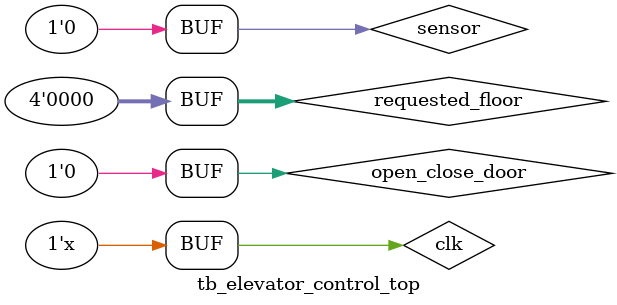
<source format=v>
`timescale 1ns / 1ps
module tb_elevator_control_top;

    // Inputs
    reg clk;
    reg [3:0] requested_floor;
    reg sensor;
    reg open_close_door;

    // Outputs
    wire [3:0] current_floor;
    wire elevator_direction;
    wire door_open;

    // Instantiate the Unit Under Test (UUT)
    elevator_control_top uut (
        .clk(clk),
        .requested_floor(requested_floor),
        .sensor(sensor),
        .open_close_door(open_close_door),
        .current_floor(current_floor),
        .elevator_direction(elevator_direction),
        .door_open(door_open)
    );

    // Clock generation
    always #5 clk = ~clk;

    initial begin
        // Initialize Inputs
        clk = 0;
        requested_floor = 4'b0000;
        sensor = 0;
        open_close_door = 0;

        // Wait for global reset
        #10;
        requested_floor = 4'b0011;
        #7;
        requested_floor = 4'b1000;
        sensor<=1; // Clear request
        #100
        sensor<=0;
        requested_floor = 4'b0000;
//        // Wait for elevator to reach floor 3
//        #100;

//        // Test Case 2: Request floor 1 while at floor 3
//        #10;
//        requested_floor = 4'b0001;
//        #10;
//        requested_floor = 4'b0000; // Clear request

//        // Wait for elevator to reach floor 1
//        #100;

//        // Test Case 3: Request multiple floors (2 and 4)
//        #10;
//        requested_floor = 4'b0010;
//        #10;
//        requested_floor = 4'b0100;
//        #10;
//        requested_floor = 4'b0000; // Clear request

//        // Wait for elevator to process all requests
//        #200;

//        // Test Case 4: Open and close door manually
//        #10;
//        open_close_door = 1;
//        #10;
//        open_close_door = 0;

//        // Wait for some time
//        #50;

//        // Test Case 5: Sensor activation
//        #10;
//        sensor = 1;
//        #10;
//        sensor = 0;

//        // Wait for some time
//        #50;

//        // Finish simulation
//        $stop;
    end
 initial begin
        $monitor("Time: %t | last_floor=%d |  Current Floor: %d | Requested Floor: %d | Head: %d | Tail: %0d | Queue: %d | State: %0d | Direction: %b | Door Open: %b", 
                 $time, uut.last_requested_floor,current_floor, requested_floor, uut.head, uut.tail, uut.queue[0], uut.state, elevator_direction, door_open);
    end
endmodule

</source>
